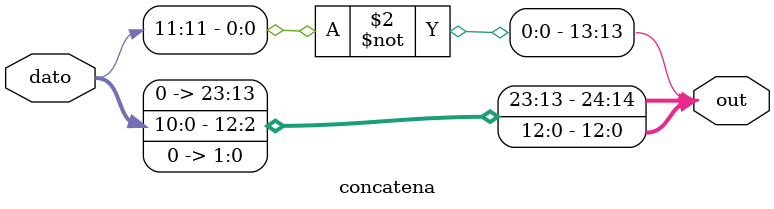
<source format=v>
`timescale 1ns / 1ps
module concatena#(parameter cant_bits = 25)(
						input wire signed [(cant_bits-3)/2:0] dato,
						output reg signed [cant_bits-1:0] out
    );

always @ *
	out = {11'b0,{~{dato[11]}},dato[10:0],2'b0};
endmodule

</source>
